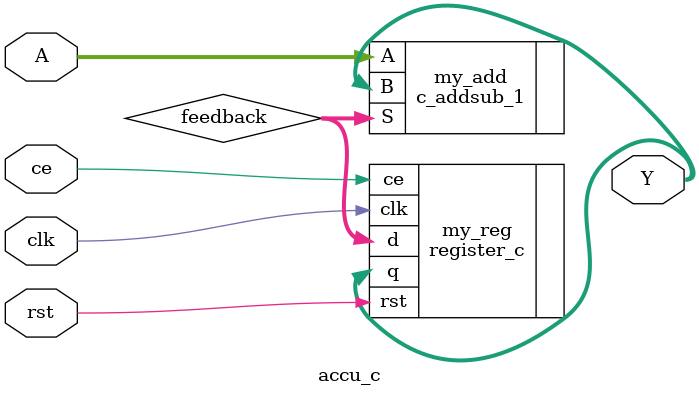
<source format=v>
`timescale 1ns / 1ps


module accu_c
(
    input clk,
    input rst,
    input ce,
    input [10:0] A,
    output [31:0] Y
);
wire [31:0] feedback;
register_c #
(
    .N(32)
) my_reg
(
    .rst(rst),
    .clk(clk),
    .ce(ce),
    .d(feedback),
    .q(Y)
);
c_addsub_1 my_add
(
    .A(A),
    .B(Y),
    .S(feedback)
);

endmodule

</source>
